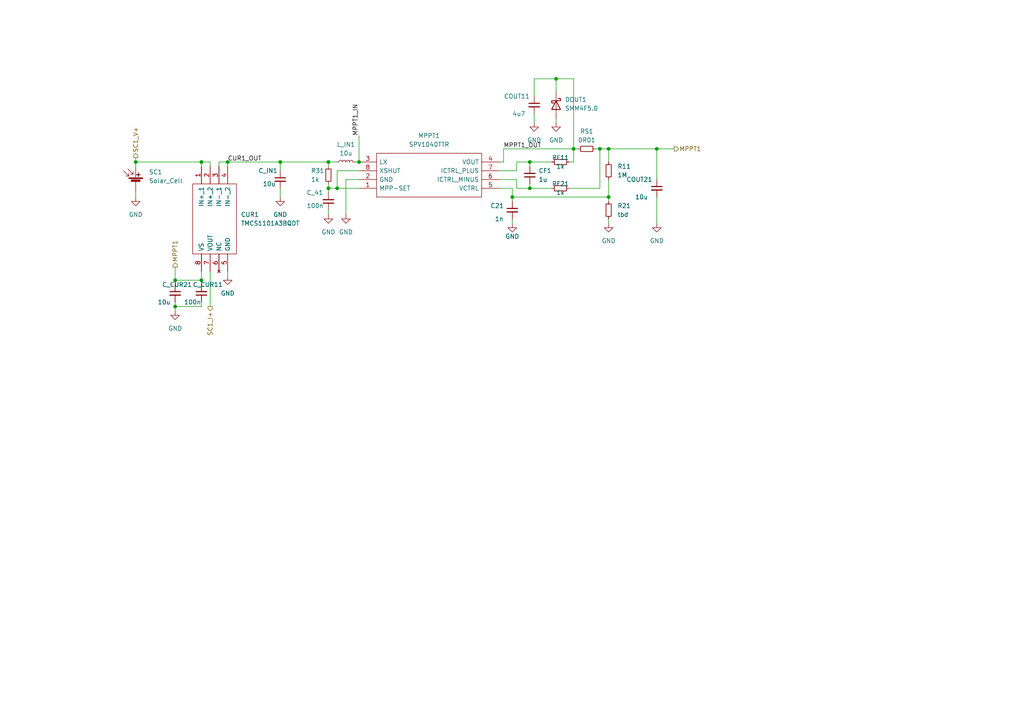
<source format=kicad_sch>
(kicad_sch (version 20211123) (generator eeschema)
  (paper "A4")
  (lib_symbols
    (symbol "Device:C_Small" (pin_numbers hide) (pin_names (offset 0.254) hide)
      (property "Reference" "C" (at 0.254 1.778 0))
      (property "Value" "C_Small" (at 0.254 -2.032 0))
      (symbol "C_Small_0_1"
        (polyline (pts (xy -1.524 -0.508) (xy 1.524 -0.508)) (stroke (width 0.3302)))
        (polyline (pts (xy -1.524 0.508) (xy 1.524 0.508)) (stroke (width 0.3048)))
      )
      (symbol "C_Small_1_1"
        (pin passive line (at 0 2.54 270) (length 2.032) (name "~") (number "1"))
        (pin passive line (at 0 -2.54 90) (length 2.032) (name "~") (number "2"))
      )
    )
    (symbol "Device:D_Schottky" (pin_numbers hide) (pin_names (offset 1.016) hide)
      (property "Reference" "D" (at 0 2.54 0))
      (property "Value" "D_Schottky" (at 0 -2.54 0))
      (symbol "D_Schottky_0_1"
        (polyline (pts (xy 1.27 0) (xy -1.27 0)))
        (polyline (pts (xy 1.27 1.27) (xy 1.27 -1.27) (xy -1.27 0) (xy 1.27 1.27)) (stroke (width 0.254)))
        (polyline (pts (xy -1.905 0.635) (xy -1.905 1.27) (xy -1.27 1.27) (xy -1.27 -1.27) (xy -0.635 -1.27) (xy -0.635 -0.635)) (stroke (width 0.254)))
      )
      (symbol "D_Schottky_1_1"
        (pin passive line (at -3.81 0 0) (length 2.54) (name "K") (number "1"))
        (pin passive line (at 3.81 0 180) (length 2.54) (name "A") (number "2"))
      )
    )
    (symbol "Device:L_Small" (pin_numbers hide) (pin_names (offset 0.254) hide)
      (property "Reference" "L" (at 0.762 1.016 0))
      (property "Value" "L_Small" (at 0.762 -1.016 0))
      (symbol "L_Small_0_1"
        (arc (start 0 -2.032) (mid 0.508 -1.524) (end 0 -1.016))
        (arc (start 0 -1.016) (mid 0.508 -0.508) (end 0 0))
        (arc (start 0 0) (mid 0.508 0.508) (end 0 1.016))
        (arc (start 0 1.016) (mid 0.508 1.524) (end 0 2.032))
      )
      (symbol "L_Small_1_1"
        (pin passive line (at 0 2.54 270) (length 0.508) (name "~") (number "1"))
        (pin passive line (at 0 -2.54 90) (length 0.508) (name "~") (number "2"))
      )
    )
    (symbol "Device:R_Small" (pin_numbers hide) (pin_names (offset 0.254) hide)
      (property "Reference" "R" (at 0.762 0.508 0))
      (property "Value" "R_Small" (at 0.762 -1.016 0))
      (symbol "R_Small_0_1"
        (rectangle (start -0.762 1.778) (end 0.762 -1.778) (stroke (width 0.2032)))
      )
      (symbol "R_Small_1_1"
        (pin passive line (at 0 2.54 270) (length 0.762) (name "~") (number "1"))
        (pin passive line (at 0 -2.54 90) (length 0.762) (name "~") (number "2"))
      )
    )
    (symbol "Device:Solar_Cell" (pin_numbers hide) (pin_names (offset 0) hide)
      (property "Reference" "SC" (at 2.54 2.54 0))
      (property "Value" "Solar_Cell" (at 2.54 0 0))
      (symbol "Solar_Cell_0_1"
        (rectangle (start -2.032 1.778) (end 2.032 1.524) (fill (type outline)))
        (rectangle (start -1.3208 1.1938) (end 1.27 0.6858) (fill (type outline)))
        (polyline (pts (xy -2.032 2.286) (xy -3.556 3.81)))
        (polyline (pts (xy -0.762 2.794) (xy -2.286 4.318)))
        (polyline (pts (xy 0 0.762) (xy 0 0)))
        (polyline (pts (xy 0 1.778) (xy 0 2.54)))
        (polyline (pts (xy 0.254 2.667) (xy 1.27 2.667)) (stroke (width 0.254)))
        (polyline (pts (xy 0.762 3.175) (xy 0.762 2.159)) (stroke (width 0.254)))
        (polyline (pts (xy -2.032 3.048) (xy -2.032 2.286) (xy -2.794 2.286)))
        (polyline (pts (xy -0.762 3.556) (xy -0.762 2.794) (xy -1.524 2.794)))
      )
      (symbol "Solar_Cell_1_1"
        (pin passive line (at 0 5.08 270) (length 2.54) (name "+") (number "1"))
        (pin passive line (at 0 -2.54 90) (length 2.54) (name "-") (number "2"))
      )
    )
    (symbol "SamacSys:SPV1040TTR" (pin_names (offset 0.762))
      (property "Reference" "IC?" (at 20.32 7.62 0))
      (property "Value" "SPV1040TTR" (at 20.32 5.08 0))
      (symbol "SPV1040TTR_0_0"
        (pin input line (at 0 -7.62 0) (length 5.08) (name "MPP-SET") (number "1"))
        (pin power_in line (at 0 -5.08 0) (length 5.08) (name "GND") (number "2"))
        (pin input line (at 0 0 0) (length 5.08) (name "LX") (number "3"))
        (pin output line (at 40.64 0 180) (length 5.08) (name "VOUT") (number "4"))
        (pin input line (at 40.64 -7.62 180) (length 5.08) (name "VCTRL") (number "5"))
        (pin input line (at 40.64 -5.08 180) (length 5.08) (name "ICTRL_MINUS") (number "6"))
        (pin input line (at 40.64 -2.54 180) (length 5.08) (name "ICTRL_PLUS") (number "7"))
        (pin input line (at 0 -2.54 0) (length 5.08) (name "XSHUT") (number "8"))
      )
      (symbol "SPV1040TTR_0_1"
        (polyline (pts (xy 5.08 2.54) (xy 35.56 2.54) (xy 35.56 -10.16) (xy 5.08 -10.16) (xy 5.08 2.54)) (stroke (width 0.1524)))
      )
    )
    (symbol "SamacSys_Parts:TMCS1101A3BQDT" (pin_names (offset 0.762))
      (property "Reference" "IC" (at 26.67 7.62 0))
      (property "Value" "TMCS1101A3BQDT" (at 26.67 5.08 0))
      (symbol "TMCS1101A3BQDT_0_0"
        (pin passive line (at 0 0 0) (length 5.08) (name "IN+_1") (number "1"))
        (pin passive line (at 0 -2.54 0) (length 5.08) (name "IN+_2") (number "2"))
        (pin passive line (at 0 -5.08 0) (length 5.08) (name "IN-_1") (number "3"))
        (pin passive line (at 0 -7.62 0) (length 5.08) (name "IN-_2") (number "4"))
        (pin passive line (at 30.48 -7.62 180) (length 5.08) (name "GND") (number "5"))
        (pin no_connect line (at 30.48 -5.08 180) (length 5.08) (name "NC") (number "6"))
        (pin passive line (at 30.48 -2.54 180) (length 5.08) (name "VOUT") (number "7"))
        (pin passive line (at 30.48 0 180) (length 5.08) (name "VS") (number "8"))
      )
      (symbol "TMCS1101A3BQDT_0_1"
        (polyline (pts (xy 5.08 2.54) (xy 25.4 2.54) (xy 25.4 -10.16) (xy 5.08 -10.16) (xy 5.08 2.54)) (stroke (width 0.1524)))
      )
    )
    (symbol "power:GND" (power) (pin_names (offset 0))
      (property "Value" "GND" (at 0 -3.81 0))
      (symbol "GND_0_1"
        (polyline (pts (xy 0 0) (xy 0 -1.27) (xy 1.27 -1.27) (xy 0 -2.54) (xy -1.27 -1.27) (xy 0 -1.27)))
      )
      (symbol "GND_1_1"
        (pin power_in line (at 0 0 270) (length 0) hide (name "GND") (number "1"))
      )
    )
  )
  (junction (at 104.14 46.99))
  (junction (at 176.53 57.15))
  (junction (at 190.5 43.18))
  (junction (at 153.67 46.99))
  (junction (at 58.42 81.28))
  (junction (at 97.79 54.61))
  (junction (at 166.37 43.18))
  (junction (at 148.59 57.15))
  (junction (at 58.42 46.99))
  (junction (at 66.04 46.99))
  (junction (at 173.99 43.18))
  (junction (at 50.8 88.9))
  (junction (at 153.67 54.61))
  (junction (at 39.37 46.99))
  (junction (at 95.25 46.99))
  (junction (at 50.8 81.28))
  (junction (at 81.28 46.99))
  (junction (at 95.25 54.61))
  (junction (at 161.29 22.86))
  (junction (at 176.53 43.18))
  (wire (pts (xy 39.37 46.99) (xy 39.37 48.26)))
  (wire (pts (xy 165.1 54.61) (xy 173.99 54.61)))
  (wire (pts (xy 63.5 46.99) (xy 63.5 48.26)))
  (wire (pts (xy 97.79 49.53) (xy 97.79 54.61)))
  (wire (pts (xy 104.14 39.37) (xy 104.14 46.99)))
  (wire (pts (xy 148.59 57.15) (xy 148.59 54.61)))
  (wire (pts (xy 50.8 88.9) (xy 58.42 88.9)))
  (wire (pts (xy 154.94 27.94) (xy 154.94 22.86)))
  (wire (pts (xy 153.67 46.99) (xy 160.02 46.99)))
  (wire (pts (xy 104.14 49.53) (xy 97.79 49.53)))
  (wire (pts (xy 66.04 46.99) (xy 81.28 46.99)))
  (wire (pts (xy 95.25 54.61) (xy 95.25 55.88)))
  (wire (pts (xy 153.67 46.99) (xy 149.86 46.99)))
  (wire (pts (xy 149.86 54.61) (xy 153.67 54.61)))
  (wire (pts (xy 161.29 34.29) (xy 161.29 35.56)))
  (wire (pts (xy 166.37 43.18) (xy 167.64 43.18)))
  (wire (pts (xy 166.37 22.86) (xy 166.37 43.18)))
  (wire (pts (xy 50.8 81.28) (xy 50.8 82.55)))
  (wire (pts (xy 176.53 43.18) (xy 173.99 43.18)))
  (wire (pts (xy 144.78 52.07) (xy 149.86 52.07)))
  (wire (pts (xy 146.05 43.18) (xy 166.37 43.18)))
  (wire (pts (xy 81.28 49.53) (xy 81.28 46.99)))
  (wire (pts (xy 154.94 33.02) (xy 154.94 35.56)))
  (wire (pts (xy 153.67 54.61) (xy 160.02 54.61)))
  (wire (pts (xy 161.29 22.86) (xy 161.29 26.67)))
  (wire (pts (xy 60.96 46.99) (xy 60.96 48.26)))
  (wire (pts (xy 58.42 78.74) (xy 58.42 81.28)))
  (wire (pts (xy 149.86 49.53) (xy 144.78 49.53)))
  (wire (pts (xy 97.79 54.61) (xy 95.25 54.61)))
  (wire (pts (xy 58.42 87.63) (xy 58.42 88.9)))
  (wire (pts (xy 50.8 87.63) (xy 50.8 88.9)))
  (wire (pts (xy 95.25 54.61) (xy 95.25 53.34)))
  (wire (pts (xy 172.72 43.18) (xy 173.99 43.18)))
  (wire (pts (xy 66.04 78.74) (xy 66.04 80.01)))
  (wire (pts (xy 58.42 46.99) (xy 60.96 46.99)))
  (wire (pts (xy 100.33 52.07) (xy 100.33 62.23)))
  (wire (pts (xy 176.53 52.07) (xy 176.53 57.15)))
  (wire (pts (xy 144.78 54.61) (xy 148.59 54.61)))
  (wire (pts (xy 195.58 43.18) (xy 190.5 43.18)))
  (wire (pts (xy 161.29 22.86) (xy 166.37 22.86)))
  (wire (pts (xy 190.5 57.15) (xy 190.5 64.77)))
  (wire (pts (xy 146.05 46.99) (xy 146.05 43.18)))
  (wire (pts (xy 95.25 46.99) (xy 97.79 46.99)))
  (wire (pts (xy 153.67 54.61) (xy 153.67 53.34)))
  (wire (pts (xy 176.53 46.99) (xy 176.53 43.18)))
  (wire (pts (xy 95.25 60.96) (xy 95.25 62.23)))
  (wire (pts (xy 190.5 43.18) (xy 176.53 43.18)))
  (wire (pts (xy 153.67 48.26) (xy 153.67 46.99)))
  (wire (pts (xy 63.5 46.99) (xy 66.04 46.99)))
  (wire (pts (xy 39.37 45.72) (xy 39.37 46.99)))
  (wire (pts (xy 190.5 43.18) (xy 190.5 52.07)))
  (wire (pts (xy 104.14 54.61) (xy 97.79 54.61)))
  (wire (pts (xy 104.14 52.07) (xy 100.33 52.07)))
  (wire (pts (xy 66.04 46.99) (xy 66.04 48.26)))
  (wire (pts (xy 58.42 81.28) (xy 58.42 82.55)))
  (wire (pts (xy 50.8 77.47) (xy 50.8 81.28)))
  (wire (pts (xy 154.94 22.86) (xy 161.29 22.86)))
  (wire (pts (xy 39.37 46.99) (xy 58.42 46.99)))
  (wire (pts (xy 58.42 46.99) (xy 58.42 48.26)))
  (wire (pts (xy 176.53 57.15) (xy 148.59 57.15)))
  (wire (pts (xy 50.8 88.9) (xy 50.8 90.17)))
  (wire (pts (xy 149.86 46.99) (xy 149.86 49.53)))
  (wire (pts (xy 95.25 46.99) (xy 95.25 48.26)))
  (wire (pts (xy 81.28 54.61) (xy 81.28 57.15)))
  (wire (pts (xy 60.96 78.74) (xy 60.96 88.9)))
  (wire (pts (xy 148.59 64.77) (xy 148.59 63.5)))
  (wire (pts (xy 176.53 63.5) (xy 176.53 64.77)))
  (wire (pts (xy 144.78 46.99) (xy 146.05 46.99)))
  (wire (pts (xy 166.37 46.99) (xy 165.1 46.99)))
  (wire (pts (xy 39.37 55.88) (xy 39.37 57.15)))
  (wire (pts (xy 148.59 57.15) (xy 148.59 58.42)))
  (wire (pts (xy 50.8 81.28) (xy 58.42 81.28)))
  (wire (pts (xy 102.87 46.99) (xy 104.14 46.99)))
  (wire (pts (xy 176.53 58.42) (xy 176.53 57.15)))
  (wire (pts (xy 149.86 52.07) (xy 149.86 54.61)))
  (wire (pts (xy 166.37 43.18) (xy 166.37 46.99)))
  (wire (pts (xy 81.28 46.99) (xy 95.25 46.99)))
  (wire (pts (xy 173.99 43.18) (xy 173.99 54.61)))
  (label "CUR1_OUT" (at 66.04 46.99 0))
  (label "MPPT1_OUT" (at 146.05 43.18 0))
  (label "MPPT1_IN" (at 104.14 39.37 90))
  (hierarchical_label "MPPT1" (shape output) (at 50.8 77.47 90))
  (hierarchical_label "SC1_I+" (shape output) (at 60.96 88.9 270))
  (hierarchical_label "SC1_V+" (shape output) (at 39.37 45.72 90))
  (hierarchical_label "MPPT1" (shape output) (at 195.58 43.18 0))
  (symbol (lib_id "Device:R_Small") (at 170.18 43.18 270) (unit 1)
    (property "Reference" "RS1" (at 170.18 38.1 90))
    (property "Value" "0R01" (at 170.18 40.64 90))
    (property "Footprint" "Resistor_SMD:R_0603_1608Metric" (effects hide))
  )
  (symbol (lib_id "Device:C_Small") (at 148.59 60.96 0) (unit 1)
    (property "Reference" "C21" (at 142.24 59.69 0) (effects (justify left)))
    (property "Value" "1n" (at 143.51 63.5 0) (effects (justify left)))
    (property "Footprint" "Capacitor_SMD:C_0603_1608Metric" (effects hide))
  )
  (symbol (lib_id "Device:C_Small") (at 190.5 54.61 0) (unit 1)
    (property "Reference" "COUT21" (at 189.23 52.07 0) (effects (justify right)))
    (property "Value" "10u" (at 187.96 57.15 0) (effects (justify right)))
    (property "Footprint" "Capacitor_SMD:C_0603_1608Metric" (effects hide))
  )
  (symbol (lib_id "power:GND") (at 95.25 62.23 0) (unit 1)
    (property "Reference" "#PWR010" (effects hide))
    (property "Value" "GND" (at 95.25 67.31 0))
  )
  (symbol (lib_id "Device:R_Small") (at 176.53 60.96 180) (unit 1)
    (property "Reference" "R21" (at 179.07 59.6899 0) (effects (justify right)))
    (property "Value" "tbd" (at 179.07 62.2299 0) (effects (justify right)))
    (property "Footprint" "Resistor_SMD:R_0603_1608Metric" (effects hide))
  )
  (symbol (lib_id "Device:R_Small") (at 176.53 49.53 180) (unit 1)
    (property "Reference" "R11" (at 179.07 48.2599 0) (effects (justify right)))
    (property "Value" "1M" (at 179.07 50.7999 0) (effects (justify right)))
    (property "Footprint" "Resistor_SMD:R_0603_1608Metric" (effects hide))
  )
  (symbol (lib_id "Device:R_Small") (at 95.25 50.8 180) (unit 1)
    (property "Reference" "R31" (at 90.17 49.53 0) (effects (justify right)))
    (property "Value" "1k" (at 90.17 52.07 0) (effects (justify right)))
    (property "Footprint" "Resistor_SMD:R_0603_1608Metric" (effects hide))
  )
  (symbol (lib_id "power:GND") (at 39.37 57.15 0) (unit 1)
    (property "Reference" "#PWR0108" (effects hide))
    (property "Value" "GND" (at 39.37 62.23 0))
  )
  (symbol (lib_id "power:GND") (at 66.04 80.01 0) (unit 1)
    (property "Reference" "#PWR07" (effects hide))
    (property "Value" "GND" (at 66.04 85.09 0))
  )
  (symbol (lib_id "SamacSys:SPV1040TTR") (at 104.14 46.99 0) (unit 1)
    (property "Reference" "MPPT1" (at 124.46 39.37 0))
    (property "Value" "SPV1040TTR" (at 124.46 41.91 0))
    (property "Footprint" "Package_SO:TSSOP-8_4.4x3mm_P0.65mm" (effects hide))
    (property "Description" "Switching Voltage Regulators Hi Eff Solar Charger MPPT 0.3V to 5.5V" (effects hide))
    (property "Height" "1.2" (effects hide))
    (property "Mouser Part Number" "511-SPV1040TTR" (effects hide))
    (property "Mouser Price/Stock" "https://www.mouser.co.uk/ProductDetail/STMicroelectronics/SPV1040TTR?qs=AHLdMMsI%252Bhr%2Fj5DYN1qCwQ%3D%3D" (effects hide))
    (property "Manufacturer_Name" "STMicroelectronics" (effects hide))
    (property "Manufacturer_Part_Number" "SPV1040TTR" (effects hide))
  )
  (symbol (lib_id "Device:R_Small") (at 162.56 46.99 270) (unit 1)
    (property "Reference" "RF11" (at 162.56 45.72 90))
    (property "Value" "1k" (at 162.56 48.26 90))
    (property "Footprint" "Resistor_SMD:R_0603_1608Metric" (effects hide))
  )
  (symbol (lib_id "power:GND") (at 154.94 35.56 0) (unit 1)
    (property "Reference" "#PWR014" (effects hide))
    (property "Value" "GND" (at 154.94 40.64 0))
  )
  (symbol (lib_id "Device:C_Small") (at 81.28 52.07 0) (unit 1)
    (property "Reference" "C_IN1" (at 74.93 49.53 0) (effects (justify left)))
    (property "Value" "10u" (at 76.2 53.34 0) (effects (justify left)))
    (property "Footprint" "Capacitor_SMD:C_0603_1608Metric" (effects hide))
  )
  (symbol (lib_id "power:GND") (at 190.5 64.77 0) (unit 1)
    (property "Reference" "#PWR0109" (effects hide))
    (property "Value" "GND" (at 190.5 69.85 0))
  )
  (symbol (lib_id "Device:C_Small") (at 154.94 30.48 0) (unit 1)
    (property "Reference" "COUT11" (at 153.67 27.94 0) (effects (justify right)))
    (property "Value" "4u7" (at 152.4 33.02 0) (effects (justify right)))
    (property "Footprint" "Capacitor_SMD:C_0603_1608Metric" (effects hide))
  )
  (symbol (lib_id "Device:R_Small") (at 162.56 54.61 270) (unit 1)
    (property "Reference" "RF21" (at 162.56 53.34 90))
    (property "Value" "1k" (at 162.56 55.88 90))
    (property "Footprint" "Resistor_SMD:R_0603_1608Metric" (effects hide))
  )
  (symbol (lib_id "SamacSys_Parts:TMCS1101A3BQDT") (at 58.42 48.26 90) (mirror x) (unit 1)
    (property "Reference" "CUR1" (at 69.85 62.2299 90) (effects (justify right)))
    (property "Value" "TMCS1101A3BQDT" (at 69.85 64.7699 90) (effects (justify right)))
    (property "Footprint" "Package_SO:SOIC-8_3.9x4.9mm_P1.27mm" (effects hide))
    (property "Datasheet" "http://www.ti.com/general/docs/lit/getliterature.tsp?genericPartNumber=TMCS1101&fileType=pdf" (effects hide))
    (property "Description" "Board Mount Current Sensors Precision isolated current sensor with internal reference 8-SOIC -40 to 125" (effects hide))
    (property "Height" "1.75" (effects hide))
    (property "Mouser Part Number" "595-TMCS1101A3BQDT" (effects hide))
    (property "Mouser Price/Stock" "https://www.mouser.co.uk/ProductDetail/Texas-Instruments/TMCS1101A3BQDT?qs=sPbYRqrBIVlcEjfuuH8LqA%3D%3D" (effects hide))
    (property "Manufacturer_Name" "Texas Instruments" (effects hide))
    (property "Manufacturer_Part_Number" "TMCS1101A3BQDT" (effects hide))
  )
  (symbol (lib_id "Device:C_Small") (at 153.67 50.8 180) (unit 1)
    (property "Reference" "CF1" (at 156.21 49.5235 0) (effects (justify right)))
    (property "Value" "1u" (at 156.21 52.0635 0) (effects (justify right)))
    (property "Footprint" "Capacitor_SMD:C_0603_1608Metric" (effects hide))
  )
  (symbol (lib_id "Device:C_Small") (at 95.25 58.42 180) (unit 1)
    (property "Reference" "C_41" (at 88.9 55.88 0) (effects (justify right)))
    (property "Value" "100n" (at 88.9 59.69 0) (effects (justify right)))
    (property "Footprint" "Capacitor_SMD:C_0603_1608Metric" (effects hide))
  )
  (symbol (lib_id "Device:C_Small") (at 50.8 85.09 0) (mirror y) (unit 1)
    (property "Reference" "C_CUR21" (at 46.99 82.55 0) (effects (justify right)))
    (property "Value" "10u" (at 45.72 87.63 0) (effects (justify right)))
    (property "Footprint" "Capacitor_SMD:C_0603_1608Metric" (effects hide))
  )
  (symbol (lib_id "Device:L_Small") (at 100.33 46.99 90) (unit 1)
    (property "Reference" "L_IN1" (at 100.33 41.91 90))
    (property "Value" "10u" (at 100.33 44.45 90))
    (property "Footprint" "Inductor_SMD:L_0805_2012Metric" (effects hide))
  )
  (symbol (lib_id "power:GND") (at 50.8 90.17 0) (unit 1)
    (property "Reference" "#PWR01" (effects hide))
    (property "Value" "GND" (at 50.8 95.25 0))
  )
  (symbol (lib_id "Device:D_Schottky") (at 161.29 30.48 270) (unit 1)
    (property "Reference" "DOUT1" (at 163.83 28.8924 90) (effects (justify left)))
    (property "Value" "SMM4F5.0" (at 163.83 31.4324 90) (effects (justify left)))
    (property "Footprint" "Diode_SMD:D_0603_1608Metric" (effects hide))
  )
  (symbol (lib_id "power:GND") (at 176.53 64.77 0) (unit 1)
    (property "Reference" "#PWR0104" (effects hide))
    (property "Value" "GND" (at 176.53 69.85 0))
  )
  (symbol (lib_id "Device:C_Small") (at 58.42 85.09 180) (unit 1)
    (property "Reference" "C_CUR11" (at 55.88 82.55 0) (effects (justify right)))
    (property "Value" "100n" (at 53.34 87.63 0) (effects (justify right)))
    (property "Footprint" "Capacitor_SMD:C_0603_1608Metric" (effects hide))
  )
  (symbol (lib_id "power:GND") (at 81.28 57.15 0) (unit 1)
    (property "Reference" "#PWR0106" (effects hide))
    (property "Value" "GND" (at 81.28 62.23 0))
  )
  (symbol (lib_id "power:GND") (at 148.59 64.77 0) (unit 1)
    (property "Reference" "#PWR0103" (effects hide))
    (property "Value" "GND" (at 148.59 68.58 0))
  )
  (symbol (lib_id "Device:Solar_Cell") (at 39.37 53.34 0) (unit 1)
    (property "Reference" "SC1" (at 43.18 49.9109 0) (effects (justify left)))
    (property "Value" "Solar_Cell" (at 43.18 52.4509 0) (effects (justify left)))
    (property "Footprint" "STS_Connector:3G30A_40x80" (effects hide))
  )
  (symbol (lib_id "power:GND") (at 100.33 62.23 0) (unit 1)
    (property "Reference" "#PWR0105" (effects hide))
    (property "Value" "GND" (at 100.33 67.31 0))
  )
  (symbol (lib_id "power:GND") (at 161.29 35.56 0) (unit 1)
    (property "Reference" "#PWR016" (effects hide))
    (property "Value" "GND" (at 161.29 40.64 0))
  )
)
</source>
